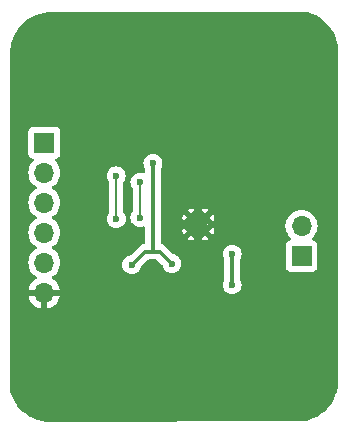
<source format=gbr>
%TF.GenerationSoftware,KiCad,Pcbnew,8.0.5*%
%TF.CreationDate,2025-02-27T19:14:31+02:00*%
%TF.ProjectId,_autosave-QS390,5f617574-6f73-4617-9665-2d5153333930,rev?*%
%TF.SameCoordinates,Original*%
%TF.FileFunction,Copper,L2,Bot*%
%TF.FilePolarity,Positive*%
%FSLAX46Y46*%
G04 Gerber Fmt 4.6, Leading zero omitted, Abs format (unit mm)*
G04 Created by KiCad (PCBNEW 8.0.5) date 2025-02-27 19:14:31*
%MOMM*%
%LPD*%
G01*
G04 APERTURE LIST*
%TA.AperFunction,ComponentPad*%
%ADD10R,1.700000X1.700000*%
%TD*%
%TA.AperFunction,ComponentPad*%
%ADD11O,1.700000X1.700000*%
%TD*%
%TA.AperFunction,ComponentPad*%
%ADD12C,0.800000*%
%TD*%
%TA.AperFunction,ComponentPad*%
%ADD13C,6.400000*%
%TD*%
%TA.AperFunction,HeatsinkPad*%
%ADD14C,0.500000*%
%TD*%
%TA.AperFunction,HeatsinkPad*%
%ADD15R,1.650000X1.650000*%
%TD*%
%TA.AperFunction,ViaPad*%
%ADD16C,0.600000*%
%TD*%
%TA.AperFunction,Conductor*%
%ADD17C,0.300000*%
%TD*%
%TA.AperFunction,Conductor*%
%ADD18C,0.200000*%
%TD*%
G04 APERTURE END LIST*
D10*
%TO.P,J1,1,Pin_1*%
%TO.N,+3V3*%
X79400000Y-63660000D03*
D11*
%TO.P,J1,2,Pin_2*%
%TO.N,/SDA*%
X79400000Y-66200000D03*
%TO.P,J1,3,Pin_3*%
%TO.N,/SCL*%
X79400000Y-68740000D03*
%TO.P,J1,4,Pin_4*%
%TO.N,/MCLR*%
X79400000Y-71280000D03*
%TO.P,J1,5,Pin_5*%
%TO.N,/ADDR-PWM*%
X79400000Y-73820000D03*
%TO.P,J1,6,Pin_6*%
%TO.N,GND*%
X79400000Y-76360000D03*
%TD*%
D12*
%TO.P,H3,1,1*%
%TO.N,GND*%
X77600000Y-83700000D03*
X78302944Y-82002944D03*
X78302944Y-85397056D03*
X80000000Y-81300000D03*
D13*
X80000000Y-83700000D03*
D12*
X80000000Y-86100000D03*
X81697056Y-82002944D03*
X81697056Y-85397056D03*
X82400000Y-83700000D03*
%TD*%
%TO.P,H4,1,1*%
%TO.N,GND*%
X98400000Y-83800000D03*
X99102944Y-82102944D03*
X99102944Y-85497056D03*
X100800000Y-81400000D03*
D13*
X100800000Y-83800000D03*
D12*
X100800000Y-86200000D03*
X102497056Y-82102944D03*
X102497056Y-85497056D03*
X103200000Y-83800000D03*
%TD*%
%TO.P,H2,1,1*%
%TO.N,GND*%
X98400000Y-56100000D03*
X99102944Y-54402944D03*
X99102944Y-57797056D03*
X100800000Y-53700000D03*
D13*
X100800000Y-56100000D03*
D12*
X100800000Y-58500000D03*
X102497056Y-54402944D03*
X102497056Y-57797056D03*
X103200000Y-56100000D03*
%TD*%
%TO.P,H1,1,1*%
%TO.N,GND*%
X77600000Y-56100000D03*
X78302944Y-54402944D03*
X78302944Y-57797056D03*
X80000000Y-53700000D03*
D13*
X80000000Y-56100000D03*
D12*
X80000000Y-58500000D03*
X81697056Y-54402944D03*
X81697056Y-57797056D03*
X82400000Y-56100000D03*
%TD*%
D10*
%TO.P,J2,1,Pin_1*%
%TO.N,Net-(J2-Pin_1)*%
X101175000Y-73250000D03*
D11*
%TO.P,J2,2,Pin_2*%
%TO.N,Net-(J2-Pin_2)*%
X101175000Y-70710000D03*
%TD*%
D14*
%TO.P,U1,21,EP*%
%TO.N,GND*%
X91850000Y-70000000D03*
X91850000Y-71150000D03*
D15*
X92425000Y-70575000D03*
D14*
X93000000Y-70000000D03*
X93000000Y-71150000D03*
%TD*%
D16*
%TO.N,GND*%
X88700000Y-78100000D03*
X91800000Y-75565000D03*
X95985000Y-70985000D03*
X83125000Y-78150000D03*
X94000000Y-73300000D03*
X91500000Y-67700000D03*
X95300000Y-79925000D03*
%TO.N,+3V3*%
X90200000Y-73900000D03*
X86800000Y-74000000D03*
X88600000Y-65400000D03*
%TO.N,/SDA*%
X87500000Y-67000000D03*
X87500000Y-70000000D03*
%TO.N,/SCL*%
X85500000Y-70100000D03*
X85475000Y-66475000D03*
%TO.N,Net-(U1-MODE_SEL)*%
X95300000Y-73100000D03*
X95300000Y-75700000D03*
%TD*%
D17*
%TO.N,+3V3*%
X88600000Y-65400000D02*
X88600000Y-72900000D01*
X88600000Y-72900000D02*
X89200000Y-72900000D01*
X86800000Y-74000000D02*
X87900000Y-72900000D01*
X89200000Y-72900000D02*
X90200000Y-73900000D01*
X87900000Y-72900000D02*
X88600000Y-72900000D01*
D18*
%TO.N,/SDA*%
X87500000Y-67000000D02*
X87500000Y-70000000D01*
%TO.N,/SCL*%
X85475000Y-66475000D02*
X85475000Y-70075000D01*
X85475000Y-70075000D02*
X85500000Y-70100000D01*
D17*
%TO.N,Net-(U1-MODE_SEL)*%
X95300000Y-75700000D02*
X95300000Y-73100000D01*
%TD*%
%TA.AperFunction,Conductor*%
%TO.N,GND*%
G36*
X101456773Y-52559644D02*
G01*
X101731743Y-52621928D01*
X101743197Y-52625107D01*
X102051764Y-52726988D01*
X102062858Y-52731252D01*
X102360203Y-52862281D01*
X102370847Y-52867596D01*
X102654229Y-53026560D01*
X102664332Y-53032884D01*
X102931136Y-53218315D01*
X102940585Y-53225580D01*
X103188353Y-53435769D01*
X103197060Y-53443907D01*
X103423494Y-53676902D01*
X103431380Y-53685838D01*
X103634420Y-53939521D01*
X103641408Y-53949169D01*
X103794879Y-54184025D01*
X103819141Y-54221152D01*
X103825174Y-54231431D01*
X103975975Y-54519226D01*
X103980993Y-54530036D01*
X104103470Y-54830984D01*
X104107427Y-54842227D01*
X104200443Y-55153540D01*
X104203302Y-55165110D01*
X104266000Y-55483905D01*
X104267736Y-55495697D01*
X104298879Y-55812359D01*
X104299474Y-55824621D01*
X104271082Y-84044784D01*
X104270196Y-84059455D01*
X104231525Y-84381224D01*
X104229435Y-84393430D01*
X104156440Y-84720596D01*
X104153143Y-84732533D01*
X104047882Y-85050778D01*
X104043411Y-85062326D01*
X103906923Y-85368505D01*
X103901323Y-85379550D01*
X103734986Y-85670573D01*
X103728312Y-85681004D01*
X103533772Y-85953991D01*
X103526090Y-85963705D01*
X103305294Y-86215923D01*
X103296682Y-86224821D01*
X103051828Y-86453761D01*
X103042372Y-86461757D01*
X102775902Y-86665135D01*
X102765695Y-86672147D01*
X102480269Y-86847931D01*
X102469413Y-86853890D01*
X102167888Y-87000322D01*
X102156493Y-87005169D01*
X101841851Y-87120802D01*
X101830028Y-87124488D01*
X101552914Y-87195919D01*
X101522524Y-87199843D01*
X79549143Y-87299271D01*
X79527486Y-87297464D01*
X79211884Y-87242977D01*
X79199883Y-87240286D01*
X78864796Y-87147481D01*
X78853121Y-87143615D01*
X78528870Y-87018070D01*
X78517635Y-87013066D01*
X78207415Y-86856018D01*
X78196732Y-86849926D01*
X77903604Y-86662926D01*
X77893576Y-86655806D01*
X77620401Y-86440679D01*
X77611128Y-86432600D01*
X77360613Y-86191475D01*
X77352186Y-86182517D01*
X77126791Y-85917765D01*
X77119293Y-85908017D01*
X76921233Y-85622239D01*
X76914737Y-85611796D01*
X76745954Y-85307794D01*
X76740525Y-85296758D01*
X76602692Y-84977541D01*
X76598383Y-84966022D01*
X76513471Y-84699460D01*
X76507621Y-84661855D01*
X76507555Y-84393430D01*
X76503065Y-66199999D01*
X78044341Y-66199999D01*
X78044341Y-66200000D01*
X78064936Y-66435403D01*
X78064938Y-66435413D01*
X78126094Y-66663655D01*
X78126096Y-66663659D01*
X78126097Y-66663663D01*
X78225965Y-66877830D01*
X78225967Y-66877834D01*
X78361501Y-67071395D01*
X78361506Y-67071402D01*
X78528597Y-67238493D01*
X78528603Y-67238498D01*
X78714158Y-67368425D01*
X78757783Y-67423002D01*
X78764977Y-67492500D01*
X78733454Y-67554855D01*
X78714158Y-67571575D01*
X78528597Y-67701505D01*
X78361505Y-67868597D01*
X78225965Y-68062169D01*
X78225964Y-68062171D01*
X78126098Y-68276335D01*
X78126094Y-68276344D01*
X78064938Y-68504586D01*
X78064936Y-68504596D01*
X78044341Y-68739999D01*
X78044341Y-68740000D01*
X78064936Y-68975403D01*
X78064938Y-68975413D01*
X78126094Y-69203655D01*
X78126096Y-69203659D01*
X78126097Y-69203663D01*
X78154315Y-69264176D01*
X78225965Y-69417830D01*
X78225967Y-69417834D01*
X78361501Y-69611395D01*
X78361506Y-69611402D01*
X78528597Y-69778493D01*
X78528603Y-69778498D01*
X78714158Y-69908425D01*
X78757783Y-69963002D01*
X78764977Y-70032500D01*
X78733454Y-70094855D01*
X78714158Y-70111575D01*
X78528597Y-70241505D01*
X78361505Y-70408597D01*
X78225965Y-70602169D01*
X78225964Y-70602171D01*
X78126098Y-70816335D01*
X78126094Y-70816344D01*
X78064938Y-71044586D01*
X78064936Y-71044596D01*
X78044341Y-71279999D01*
X78044341Y-71280000D01*
X78064936Y-71515403D01*
X78064938Y-71515413D01*
X78126094Y-71743655D01*
X78126096Y-71743659D01*
X78126097Y-71743663D01*
X78201754Y-71905909D01*
X78225965Y-71957830D01*
X78225967Y-71957834D01*
X78361501Y-72151395D01*
X78361506Y-72151402D01*
X78528597Y-72318493D01*
X78528603Y-72318498D01*
X78714158Y-72448425D01*
X78757783Y-72503002D01*
X78764977Y-72572500D01*
X78733454Y-72634855D01*
X78714158Y-72651575D01*
X78528597Y-72781505D01*
X78361505Y-72948597D01*
X78225965Y-73142169D01*
X78225964Y-73142171D01*
X78126098Y-73356335D01*
X78126094Y-73356344D01*
X78064938Y-73584586D01*
X78064936Y-73584596D01*
X78044341Y-73819999D01*
X78044341Y-73820000D01*
X78064936Y-74055403D01*
X78064938Y-74055413D01*
X78126094Y-74283655D01*
X78126096Y-74283659D01*
X78126097Y-74283663D01*
X78156808Y-74349522D01*
X78225965Y-74497830D01*
X78225967Y-74497834D01*
X78297855Y-74600500D01*
X78357281Y-74685369D01*
X78361501Y-74691395D01*
X78361506Y-74691402D01*
X78528597Y-74858493D01*
X78528603Y-74858498D01*
X78714594Y-74988730D01*
X78758219Y-75043307D01*
X78765413Y-75112805D01*
X78733890Y-75175160D01*
X78714595Y-75191880D01*
X78528922Y-75321890D01*
X78528920Y-75321891D01*
X78361891Y-75488920D01*
X78361886Y-75488926D01*
X78226400Y-75682420D01*
X78226399Y-75682422D01*
X78126570Y-75896507D01*
X78126567Y-75896513D01*
X78069364Y-76109999D01*
X78069364Y-76110000D01*
X78966988Y-76110000D01*
X78934075Y-76167007D01*
X78900000Y-76294174D01*
X78900000Y-76425826D01*
X78934075Y-76552993D01*
X78966988Y-76610000D01*
X78069364Y-76610000D01*
X78126567Y-76823486D01*
X78126570Y-76823492D01*
X78226399Y-77037578D01*
X78361894Y-77231082D01*
X78528917Y-77398105D01*
X78722421Y-77533600D01*
X78936507Y-77633429D01*
X78936516Y-77633433D01*
X79150000Y-77690634D01*
X79150000Y-76793012D01*
X79207007Y-76825925D01*
X79334174Y-76860000D01*
X79465826Y-76860000D01*
X79592993Y-76825925D01*
X79650000Y-76793012D01*
X79650000Y-77690633D01*
X79863483Y-77633433D01*
X79863492Y-77633429D01*
X80077578Y-77533600D01*
X80271082Y-77398105D01*
X80438105Y-77231082D01*
X80573600Y-77037578D01*
X80673429Y-76823492D01*
X80673432Y-76823486D01*
X80730636Y-76610000D01*
X79833012Y-76610000D01*
X79865925Y-76552993D01*
X79900000Y-76425826D01*
X79900000Y-76294174D01*
X79865925Y-76167007D01*
X79833012Y-76110000D01*
X80730636Y-76110000D01*
X80730635Y-76109999D01*
X80673432Y-75896513D01*
X80673429Y-75896507D01*
X80573600Y-75682422D01*
X80573599Y-75682420D01*
X80438113Y-75488926D01*
X80438108Y-75488920D01*
X80271078Y-75321890D01*
X80085405Y-75191879D01*
X80041780Y-75137302D01*
X80034588Y-75067804D01*
X80066110Y-75005449D01*
X80085406Y-74988730D01*
X80271401Y-74858495D01*
X80438495Y-74691401D01*
X80574035Y-74497830D01*
X80673903Y-74283663D01*
X80735063Y-74055408D01*
X80739911Y-73999996D01*
X85994435Y-73999996D01*
X85994435Y-74000003D01*
X86014630Y-74179249D01*
X86014631Y-74179254D01*
X86074211Y-74349523D01*
X86167399Y-74497830D01*
X86170184Y-74502262D01*
X86297738Y-74629816D01*
X86450478Y-74725789D01*
X86620745Y-74785368D01*
X86620750Y-74785369D01*
X86799996Y-74805565D01*
X86800000Y-74805565D01*
X86800004Y-74805565D01*
X86979249Y-74785369D01*
X86979252Y-74785368D01*
X86979255Y-74785368D01*
X87149522Y-74725789D01*
X87302262Y-74629816D01*
X87429816Y-74502262D01*
X87525789Y-74349522D01*
X87585368Y-74179255D01*
X87586182Y-74172025D01*
X87613245Y-74107611D01*
X87621712Y-74098232D01*
X88133127Y-73586819D01*
X88194450Y-73553334D01*
X88220808Y-73550500D01*
X88535931Y-73550500D01*
X88879192Y-73550500D01*
X88946231Y-73570185D01*
X88966873Y-73586819D01*
X89378277Y-73998223D01*
X89411762Y-74059546D01*
X89413815Y-74072012D01*
X89414630Y-74079246D01*
X89414632Y-74079255D01*
X89474210Y-74249521D01*
X89495658Y-74283655D01*
X89570184Y-74402262D01*
X89697738Y-74529816D01*
X89719987Y-74543796D01*
X89810227Y-74600498D01*
X89850478Y-74625789D01*
X89861984Y-74629815D01*
X90020745Y-74685368D01*
X90020750Y-74685369D01*
X90199996Y-74705565D01*
X90200000Y-74705565D01*
X90200004Y-74705565D01*
X90379249Y-74685369D01*
X90379252Y-74685368D01*
X90379255Y-74685368D01*
X90549522Y-74625789D01*
X90702262Y-74529816D01*
X90829816Y-74402262D01*
X90925789Y-74249522D01*
X90985368Y-74079255D01*
X90987589Y-74059546D01*
X91005565Y-73900003D01*
X91005565Y-73899996D01*
X90985369Y-73720750D01*
X90985368Y-73720745D01*
X90925789Y-73550478D01*
X90829816Y-73397738D01*
X90702262Y-73270184D01*
X90613852Y-73214632D01*
X90549521Y-73174210D01*
X90379255Y-73114632D01*
X90379246Y-73114630D01*
X90372012Y-73113815D01*
X90339131Y-73099996D01*
X94494435Y-73099996D01*
X94494435Y-73100003D01*
X94514630Y-73279249D01*
X94514631Y-73279254D01*
X94574211Y-73449524D01*
X94630493Y-73539094D01*
X94649500Y-73605067D01*
X94649500Y-75194931D01*
X94630494Y-75260903D01*
X94574211Y-75350477D01*
X94574209Y-75350481D01*
X94514633Y-75520737D01*
X94514630Y-75520750D01*
X94494435Y-75699996D01*
X94494435Y-75700003D01*
X94514630Y-75879249D01*
X94514631Y-75879254D01*
X94574211Y-76049523D01*
X94612211Y-76109999D01*
X94670184Y-76202262D01*
X94797738Y-76329816D01*
X94950478Y-76425789D01*
X95120745Y-76485368D01*
X95120750Y-76485369D01*
X95299996Y-76505565D01*
X95300000Y-76505565D01*
X95300004Y-76505565D01*
X95479249Y-76485369D01*
X95479252Y-76485368D01*
X95479255Y-76485368D01*
X95649522Y-76425789D01*
X95802262Y-76329816D01*
X95929816Y-76202262D01*
X96025789Y-76049522D01*
X96085368Y-75879255D01*
X96085369Y-75879249D01*
X96105565Y-75700003D01*
X96105565Y-75699996D01*
X96085369Y-75520750D01*
X96085366Y-75520737D01*
X96025790Y-75350481D01*
X96025789Y-75350478D01*
X96004008Y-75315814D01*
X95969506Y-75260903D01*
X95950500Y-75194931D01*
X95950500Y-73605067D01*
X95969507Y-73539094D01*
X96025788Y-73449524D01*
X96043909Y-73397737D01*
X96085368Y-73279255D01*
X96085369Y-73279249D01*
X96105565Y-73100003D01*
X96105565Y-73099996D01*
X96085369Y-72920750D01*
X96085368Y-72920745D01*
X96025788Y-72750476D01*
X95929815Y-72597737D01*
X95802262Y-72470184D01*
X95649523Y-72374211D01*
X95479254Y-72314631D01*
X95479249Y-72314630D01*
X95300004Y-72294435D01*
X95299996Y-72294435D01*
X95120750Y-72314630D01*
X95120745Y-72314631D01*
X94950476Y-72374211D01*
X94797737Y-72470184D01*
X94670184Y-72597737D01*
X94574211Y-72750476D01*
X94514631Y-72920745D01*
X94514630Y-72920750D01*
X94494435Y-73099996D01*
X90339131Y-73099996D01*
X90307600Y-73086744D01*
X90298223Y-73078277D01*
X89614674Y-72394727D01*
X89614673Y-72394726D01*
X89583970Y-72374211D01*
X89508127Y-72323535D01*
X89495959Y-72318495D01*
X89389744Y-72274499D01*
X89389738Y-72274497D01*
X89350308Y-72266654D01*
X89288397Y-72234269D01*
X89253823Y-72173553D01*
X89250500Y-72145037D01*
X89250500Y-71830266D01*
X91523285Y-71830266D01*
X91682056Y-71885824D01*
X91849996Y-71904746D01*
X91850004Y-71904746D01*
X92017943Y-71885824D01*
X92176713Y-71830267D01*
X92176714Y-71830266D01*
X92673285Y-71830266D01*
X92832056Y-71885824D01*
X92999996Y-71904746D01*
X93000004Y-71904746D01*
X93167943Y-71885824D01*
X93326713Y-71830267D01*
X93326714Y-71830266D01*
X93000001Y-71503553D01*
X93000000Y-71503553D01*
X92673285Y-71830266D01*
X92176714Y-71830266D01*
X91850001Y-71503553D01*
X91850000Y-71503553D01*
X91523285Y-71830266D01*
X89250500Y-71830266D01*
X89250500Y-71149996D01*
X91095254Y-71149996D01*
X91095254Y-71150003D01*
X91114175Y-71317938D01*
X91114176Y-71317943D01*
X91169732Y-71476714D01*
X91496447Y-71150000D01*
X91476556Y-71130109D01*
X91750000Y-71130109D01*
X91750000Y-71169891D01*
X91765224Y-71206645D01*
X91793355Y-71234776D01*
X91830109Y-71250000D01*
X91869891Y-71250000D01*
X91906645Y-71234776D01*
X91934776Y-71206645D01*
X91950000Y-71169891D01*
X91950000Y-71130109D01*
X91934776Y-71093355D01*
X91906645Y-71065224D01*
X91869891Y-71050000D01*
X91830109Y-71050000D01*
X91793355Y-71065224D01*
X91765224Y-71093355D01*
X91750000Y-71130109D01*
X91476556Y-71130109D01*
X91169732Y-70823285D01*
X91114176Y-70982053D01*
X91114175Y-70982058D01*
X91095254Y-71149996D01*
X89250500Y-71149996D01*
X89250500Y-70575000D01*
X91628553Y-70575000D01*
X92425000Y-71371447D01*
X92666338Y-71130109D01*
X92900000Y-71130109D01*
X92900000Y-71169891D01*
X92915224Y-71206645D01*
X92943355Y-71234776D01*
X92980109Y-71250000D01*
X93019891Y-71250000D01*
X93056645Y-71234776D01*
X93084776Y-71206645D01*
X93100000Y-71169891D01*
X93100000Y-71149999D01*
X93353553Y-71149999D01*
X93353553Y-71150001D01*
X93680266Y-71476714D01*
X93680267Y-71476713D01*
X93735824Y-71317943D01*
X93754746Y-71150003D01*
X93754746Y-71149996D01*
X93735824Y-70982056D01*
X93680266Y-70823285D01*
X93353553Y-71149999D01*
X93100000Y-71149999D01*
X93100000Y-71130109D01*
X93084776Y-71093355D01*
X93056645Y-71065224D01*
X93019891Y-71050000D01*
X92980109Y-71050000D01*
X92943355Y-71065224D01*
X92915224Y-71093355D01*
X92900000Y-71130109D01*
X92666338Y-71130109D01*
X93086448Y-70709999D01*
X99819341Y-70709999D01*
X99819341Y-70710000D01*
X99839936Y-70945403D01*
X99839938Y-70945413D01*
X99901094Y-71173655D01*
X99901096Y-71173659D01*
X99901097Y-71173663D01*
X100000965Y-71387830D01*
X100000967Y-71387834D01*
X100063202Y-71476714D01*
X100136501Y-71581396D01*
X100136506Y-71581402D01*
X100258430Y-71703326D01*
X100291915Y-71764649D01*
X100286931Y-71834341D01*
X100245059Y-71890274D01*
X100214083Y-71907189D01*
X100082669Y-71956203D01*
X100082664Y-71956206D01*
X99967455Y-72042452D01*
X99967452Y-72042455D01*
X99881206Y-72157664D01*
X99881202Y-72157671D01*
X99830908Y-72292517D01*
X99827574Y-72323534D01*
X99824501Y-72352123D01*
X99824500Y-72352135D01*
X99824500Y-74147870D01*
X99824501Y-74147876D01*
X99830908Y-74207483D01*
X99881202Y-74342328D01*
X99881206Y-74342335D01*
X99967452Y-74457544D01*
X99967455Y-74457547D01*
X100082664Y-74543793D01*
X100082671Y-74543797D01*
X100217517Y-74594091D01*
X100217516Y-74594091D01*
X100224444Y-74594835D01*
X100277127Y-74600500D01*
X102072872Y-74600499D01*
X102132483Y-74594091D01*
X102267331Y-74543796D01*
X102382546Y-74457546D01*
X102468796Y-74342331D01*
X102519091Y-74207483D01*
X102525500Y-74147873D01*
X102525499Y-72352128D01*
X102519091Y-72292517D01*
X102502983Y-72249330D01*
X102468797Y-72157671D01*
X102468793Y-72157664D01*
X102382547Y-72042455D01*
X102382544Y-72042452D01*
X102267335Y-71956206D01*
X102267328Y-71956202D01*
X102135917Y-71907189D01*
X102079983Y-71865318D01*
X102055566Y-71799853D01*
X102070418Y-71731580D01*
X102091563Y-71703332D01*
X102213495Y-71581401D01*
X102349035Y-71387830D01*
X102448903Y-71173663D01*
X102510063Y-70945408D01*
X102530659Y-70710000D01*
X102510063Y-70474592D01*
X102448903Y-70246337D01*
X102349035Y-70032171D01*
X102340437Y-70019891D01*
X102213494Y-69838597D01*
X102046402Y-69671506D01*
X102046395Y-69671501D01*
X102016368Y-69650476D01*
X101941051Y-69597738D01*
X101852834Y-69535967D01*
X101852830Y-69535965D01*
X101770852Y-69497738D01*
X101638663Y-69436097D01*
X101638659Y-69436096D01*
X101638655Y-69436094D01*
X101410413Y-69374938D01*
X101410403Y-69374936D01*
X101175001Y-69354341D01*
X101174999Y-69354341D01*
X100939596Y-69374936D01*
X100939586Y-69374938D01*
X100711344Y-69436094D01*
X100711335Y-69436098D01*
X100497171Y-69535964D01*
X100497169Y-69535965D01*
X100303597Y-69671505D01*
X100136505Y-69838597D01*
X100000965Y-70032169D01*
X100000964Y-70032171D01*
X99901098Y-70246335D01*
X99901094Y-70246344D01*
X99839938Y-70474586D01*
X99839936Y-70474596D01*
X99819341Y-70709999D01*
X93086448Y-70709999D01*
X93221447Y-70575000D01*
X92626556Y-69980109D01*
X92900000Y-69980109D01*
X92900000Y-70019891D01*
X92915224Y-70056645D01*
X92943355Y-70084776D01*
X92980109Y-70100000D01*
X93019891Y-70100000D01*
X93056645Y-70084776D01*
X93084776Y-70056645D01*
X93100000Y-70019891D01*
X93100000Y-69999999D01*
X93353553Y-69999999D01*
X93353553Y-70000001D01*
X93680266Y-70326714D01*
X93680267Y-70326713D01*
X93735824Y-70167943D01*
X93754746Y-70000003D01*
X93754746Y-69999996D01*
X93735824Y-69832056D01*
X93680266Y-69673285D01*
X93353553Y-69999999D01*
X93100000Y-69999999D01*
X93100000Y-69980109D01*
X93084776Y-69943355D01*
X93056645Y-69915224D01*
X93019891Y-69900000D01*
X92980109Y-69900000D01*
X92943355Y-69915224D01*
X92915224Y-69943355D01*
X92900000Y-69980109D01*
X92626556Y-69980109D01*
X92425000Y-69778553D01*
X91628553Y-70575000D01*
X89250500Y-70575000D01*
X89250500Y-69999996D01*
X91095254Y-69999996D01*
X91095254Y-70000003D01*
X91114175Y-70167938D01*
X91114176Y-70167943D01*
X91169732Y-70326714D01*
X91496447Y-70000000D01*
X91476556Y-69980109D01*
X91750000Y-69980109D01*
X91750000Y-70019891D01*
X91765224Y-70056645D01*
X91793355Y-70084776D01*
X91830109Y-70100000D01*
X91869891Y-70100000D01*
X91906645Y-70084776D01*
X91934776Y-70056645D01*
X91950000Y-70019891D01*
X91950000Y-69980109D01*
X91934776Y-69943355D01*
X91906645Y-69915224D01*
X91869891Y-69900000D01*
X91830109Y-69900000D01*
X91793355Y-69915224D01*
X91765224Y-69943355D01*
X91750000Y-69980109D01*
X91476556Y-69980109D01*
X91169732Y-69673285D01*
X91114176Y-69832053D01*
X91114175Y-69832058D01*
X91095254Y-69999996D01*
X89250500Y-69999996D01*
X89250500Y-69319732D01*
X91523285Y-69319732D01*
X91850000Y-69646447D01*
X91850001Y-69646447D01*
X92176714Y-69319732D01*
X92673285Y-69319732D01*
X93000000Y-69646447D01*
X93000001Y-69646447D01*
X93326714Y-69319732D01*
X93167943Y-69264176D01*
X93167938Y-69264175D01*
X93000004Y-69245254D01*
X92999996Y-69245254D01*
X92832058Y-69264175D01*
X92832053Y-69264176D01*
X92673285Y-69319732D01*
X92176714Y-69319732D01*
X92017943Y-69264176D01*
X92017938Y-69264175D01*
X91850004Y-69245254D01*
X91849996Y-69245254D01*
X91682058Y-69264175D01*
X91682053Y-69264176D01*
X91523285Y-69319732D01*
X89250500Y-69319732D01*
X89250500Y-65905067D01*
X89269507Y-65839094D01*
X89325788Y-65749524D01*
X89330400Y-65736344D01*
X89385368Y-65579255D01*
X89405565Y-65400000D01*
X89397520Y-65328600D01*
X89385369Y-65220750D01*
X89385368Y-65220745D01*
X89325788Y-65050476D01*
X89265040Y-64953797D01*
X89229816Y-64897738D01*
X89102262Y-64770184D01*
X89073849Y-64752331D01*
X88949523Y-64674211D01*
X88779254Y-64614631D01*
X88779249Y-64614630D01*
X88600004Y-64594435D01*
X88599996Y-64594435D01*
X88420750Y-64614630D01*
X88420745Y-64614631D01*
X88250476Y-64674211D01*
X88097737Y-64770184D01*
X87970184Y-64897737D01*
X87874211Y-65050476D01*
X87814631Y-65220745D01*
X87814630Y-65220750D01*
X87794435Y-65399996D01*
X87794435Y-65400003D01*
X87814630Y-65579249D01*
X87814631Y-65579254D01*
X87874211Y-65749524D01*
X87930493Y-65839094D01*
X87949500Y-65905067D01*
X87949500Y-66134432D01*
X87929815Y-66201471D01*
X87877011Y-66247226D01*
X87807853Y-66257170D01*
X87784546Y-66251474D01*
X87679257Y-66214632D01*
X87679249Y-66214630D01*
X87500004Y-66194435D01*
X87499996Y-66194435D01*
X87320750Y-66214630D01*
X87320745Y-66214631D01*
X87150476Y-66274211D01*
X86997737Y-66370184D01*
X86870184Y-66497737D01*
X86774211Y-66650476D01*
X86714631Y-66820745D01*
X86714630Y-66820750D01*
X86694435Y-66999996D01*
X86694435Y-67000003D01*
X86714630Y-67179249D01*
X86714631Y-67179254D01*
X86774211Y-67349523D01*
X86834515Y-67445496D01*
X86849912Y-67470000D01*
X86870185Y-67502263D01*
X86872445Y-67505097D01*
X86873334Y-67507275D01*
X86873889Y-67508158D01*
X86873734Y-67508255D01*
X86898855Y-67569783D01*
X86899500Y-67582412D01*
X86899500Y-69417587D01*
X86879815Y-69484626D01*
X86872450Y-69494896D01*
X86870186Y-69497734D01*
X86774211Y-69650476D01*
X86714631Y-69820745D01*
X86714630Y-69820750D01*
X86694435Y-69999996D01*
X86694435Y-70000003D01*
X86714630Y-70179249D01*
X86714631Y-70179254D01*
X86774211Y-70349523D01*
X86837045Y-70449522D01*
X86870184Y-70502262D01*
X86997738Y-70629816D01*
X87150478Y-70725789D01*
X87215457Y-70748526D01*
X87320745Y-70785368D01*
X87320750Y-70785369D01*
X87499996Y-70805565D01*
X87500000Y-70805565D01*
X87500004Y-70805565D01*
X87679249Y-70785369D01*
X87679251Y-70785368D01*
X87679255Y-70785368D01*
X87679258Y-70785366D01*
X87679262Y-70785366D01*
X87784545Y-70748526D01*
X87854324Y-70744964D01*
X87914951Y-70779692D01*
X87947179Y-70841686D01*
X87949500Y-70865567D01*
X87949500Y-72125927D01*
X87929815Y-72192966D01*
X87877011Y-72238721D01*
X87841882Y-72248190D01*
X87841906Y-72248311D01*
X87840113Y-72248667D01*
X87837656Y-72249330D01*
X87835927Y-72249500D01*
X87710261Y-72274497D01*
X87710255Y-72274499D01*
X87591874Y-72323534D01*
X87485326Y-72394726D01*
X86701775Y-73178277D01*
X86640452Y-73211762D01*
X86627988Y-73213815D01*
X86620752Y-73214630D01*
X86620744Y-73214632D01*
X86450478Y-73274210D01*
X86297737Y-73370184D01*
X86170184Y-73497737D01*
X86074211Y-73650476D01*
X86014631Y-73820745D01*
X86014630Y-73820750D01*
X85994435Y-73999996D01*
X80739911Y-73999996D01*
X80755659Y-73820000D01*
X80735063Y-73584592D01*
X80673903Y-73356337D01*
X80574035Y-73142171D01*
X80550780Y-73108958D01*
X80438494Y-72948597D01*
X80271402Y-72781506D01*
X80271396Y-72781501D01*
X80085842Y-72651575D01*
X80042217Y-72596998D01*
X80035023Y-72527500D01*
X80066546Y-72465145D01*
X80085842Y-72448425D01*
X80108026Y-72432891D01*
X80271401Y-72318495D01*
X80438495Y-72151401D01*
X80574035Y-71957830D01*
X80673903Y-71743663D01*
X80735063Y-71515408D01*
X80755659Y-71280000D01*
X80735063Y-71044592D01*
X80673903Y-70816337D01*
X80574035Y-70602171D01*
X80504079Y-70502262D01*
X80438494Y-70408597D01*
X80271402Y-70241506D01*
X80271396Y-70241501D01*
X80085842Y-70111575D01*
X80042217Y-70056998D01*
X80035023Y-69987500D01*
X80066546Y-69925145D01*
X80085842Y-69908425D01*
X80108026Y-69892891D01*
X80271401Y-69778495D01*
X80438495Y-69611401D01*
X80574035Y-69417830D01*
X80673903Y-69203663D01*
X80735063Y-68975408D01*
X80755659Y-68740000D01*
X80735063Y-68504592D01*
X80673903Y-68276337D01*
X80574035Y-68062171D01*
X80438495Y-67868599D01*
X80438494Y-67868597D01*
X80271402Y-67701506D01*
X80271396Y-67701501D01*
X80085842Y-67571575D01*
X80042217Y-67516998D01*
X80035023Y-67447500D01*
X80066546Y-67385145D01*
X80085842Y-67368425D01*
X80112838Y-67349522D01*
X80271401Y-67238495D01*
X80438495Y-67071401D01*
X80574035Y-66877830D01*
X80673903Y-66663663D01*
X80724456Y-66474996D01*
X84669435Y-66474996D01*
X84669435Y-66475003D01*
X84689630Y-66654249D01*
X84689631Y-66654254D01*
X84749211Y-66824523D01*
X84845185Y-66977263D01*
X84847445Y-66980097D01*
X84848334Y-66982275D01*
X84848889Y-66983158D01*
X84848734Y-66983255D01*
X84873855Y-67044783D01*
X84874500Y-67057412D01*
X84874500Y-69555145D01*
X84855494Y-69621117D01*
X84774211Y-69750476D01*
X84714631Y-69920745D01*
X84714630Y-69920750D01*
X84694435Y-70099996D01*
X84694435Y-70100003D01*
X84714630Y-70279249D01*
X84714631Y-70279254D01*
X84774211Y-70449523D01*
X84853054Y-70575000D01*
X84870184Y-70602262D01*
X84997738Y-70729816D01*
X85150478Y-70825789D01*
X85264157Y-70865567D01*
X85320745Y-70885368D01*
X85320750Y-70885369D01*
X85499996Y-70905565D01*
X85500000Y-70905565D01*
X85500004Y-70905565D01*
X85679249Y-70885369D01*
X85679252Y-70885368D01*
X85679255Y-70885368D01*
X85849522Y-70825789D01*
X86002262Y-70729816D01*
X86129816Y-70602262D01*
X86225789Y-70449522D01*
X86285368Y-70279255D01*
X86289077Y-70246335D01*
X86305565Y-70100003D01*
X86305565Y-70099996D01*
X86285369Y-69920750D01*
X86285368Y-69920745D01*
X86235613Y-69778553D01*
X86225789Y-69750478D01*
X86129816Y-69597738D01*
X86111819Y-69579741D01*
X86078334Y-69518418D01*
X86075500Y-69492060D01*
X86075500Y-67057412D01*
X86095185Y-66990373D01*
X86102555Y-66980097D01*
X86104810Y-66977267D01*
X86104816Y-66977262D01*
X86200789Y-66824522D01*
X86260368Y-66654255D01*
X86278003Y-66497738D01*
X86280565Y-66475003D01*
X86280565Y-66474996D01*
X86260369Y-66295750D01*
X86260368Y-66295745D01*
X86231985Y-66214631D01*
X86200789Y-66125478D01*
X86104816Y-65972738D01*
X85977262Y-65845184D01*
X85967570Y-65839094D01*
X85824523Y-65749211D01*
X85654254Y-65689631D01*
X85654249Y-65689630D01*
X85475004Y-65669435D01*
X85474996Y-65669435D01*
X85295750Y-65689630D01*
X85295745Y-65689631D01*
X85125476Y-65749211D01*
X84972737Y-65845184D01*
X84845184Y-65972737D01*
X84749211Y-66125476D01*
X84689631Y-66295745D01*
X84689630Y-66295750D01*
X84669435Y-66474996D01*
X80724456Y-66474996D01*
X80735063Y-66435408D01*
X80755659Y-66200000D01*
X80735063Y-65964592D01*
X80673903Y-65736337D01*
X80574035Y-65522171D01*
X80488492Y-65400003D01*
X80438496Y-65328600D01*
X80438495Y-65328599D01*
X80316567Y-65206671D01*
X80283084Y-65145351D01*
X80288068Y-65075659D01*
X80329939Y-65019725D01*
X80360915Y-65002810D01*
X80492331Y-64953796D01*
X80607546Y-64867546D01*
X80693796Y-64752331D01*
X80744091Y-64617483D01*
X80750500Y-64557873D01*
X80750499Y-62762128D01*
X80744091Y-62702517D01*
X80693796Y-62567669D01*
X80693795Y-62567668D01*
X80693793Y-62567664D01*
X80607547Y-62452455D01*
X80607544Y-62452452D01*
X80492335Y-62366206D01*
X80492328Y-62366202D01*
X80357482Y-62315908D01*
X80357483Y-62315908D01*
X80297883Y-62309501D01*
X80297881Y-62309500D01*
X80297873Y-62309500D01*
X80297864Y-62309500D01*
X78502129Y-62309500D01*
X78502123Y-62309501D01*
X78442516Y-62315908D01*
X78307671Y-62366202D01*
X78307664Y-62366206D01*
X78192455Y-62452452D01*
X78192452Y-62452455D01*
X78106206Y-62567664D01*
X78106202Y-62567671D01*
X78055908Y-62702517D01*
X78049501Y-62762116D01*
X78049501Y-62762123D01*
X78049500Y-62762135D01*
X78049500Y-64557870D01*
X78049501Y-64557876D01*
X78055908Y-64617483D01*
X78106202Y-64752328D01*
X78106206Y-64752335D01*
X78192452Y-64867544D01*
X78192455Y-64867547D01*
X78307664Y-64953793D01*
X78307671Y-64953797D01*
X78439081Y-65002810D01*
X78495015Y-65044681D01*
X78519432Y-65110145D01*
X78504580Y-65178418D01*
X78483430Y-65206673D01*
X78361503Y-65328600D01*
X78225965Y-65522169D01*
X78225964Y-65522171D01*
X78126098Y-65736335D01*
X78126094Y-65736344D01*
X78064938Y-65964586D01*
X78064936Y-65964596D01*
X78044341Y-66199999D01*
X76503065Y-66199999D01*
X76500507Y-55833998D01*
X76501474Y-55818525D01*
X76542321Y-55493734D01*
X76544491Y-55481492D01*
X76620579Y-55149941D01*
X76623969Y-55137965D01*
X76732934Y-54815717D01*
X76737498Y-54804167D01*
X76878247Y-54494459D01*
X76883946Y-54483426D01*
X77055055Y-54189396D01*
X77061832Y-54178991D01*
X77261571Y-53903613D01*
X77269354Y-53893945D01*
X77495721Y-53639981D01*
X77504440Y-53631137D01*
X77755119Y-53401184D01*
X77764688Y-53393252D01*
X78037170Y-53189605D01*
X78047498Y-53182666D01*
X78339039Y-53007377D01*
X78350004Y-53001514D01*
X78657658Y-52856357D01*
X78669139Y-52851630D01*
X78989805Y-52738065D01*
X79001728Y-52734505D01*
X79332148Y-52653688D01*
X79344372Y-52651341D01*
X79684353Y-52603638D01*
X79690496Y-52602933D01*
X79710002Y-52601189D01*
X79714058Y-52600827D01*
X79724847Y-52600334D01*
X101429132Y-52556581D01*
X101456773Y-52559644D01*
G37*
%TD.AperFunction*%
%TD*%
M02*

</source>
